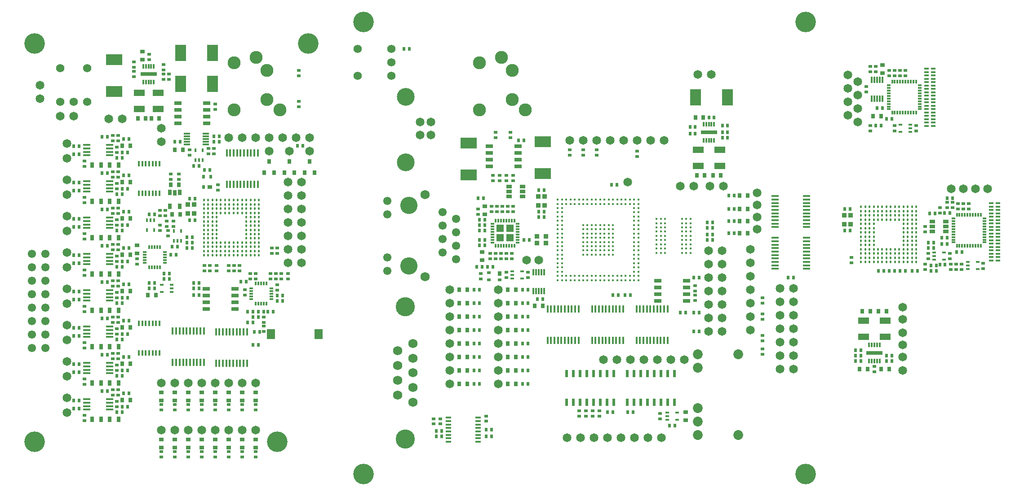
<source format=gts>
G04 (created by PCBNEW-RS274X (2010-03-14)-final) date Thu 07 Oct 2010 02:40:11 PM EDT*
G01*
G70*
G90*
%MOIN*%
G04 Gerber Fmt 3.4, Leading zero omitted, Abs format*
%FSLAX34Y34*%
G04 APERTURE LIST*
%ADD10C,0.001000*%
%ADD11R,0.025600X0.021700*%
%ADD12R,0.021700X0.025600*%
%ADD13R,0.025600X0.037400*%
%ADD14R,0.037400X0.025600*%
%ADD15R,0.029600X0.039400*%
%ADD16C,0.065000*%
%ADD17R,0.061100X0.072900*%
%ADD18C,0.142000*%
%ADD19C,0.068900*%
%ADD20C,0.072900*%
%ADD21C,0.131900*%
%ADD22C,0.062000*%
%ADD23R,0.025600X0.011800*%
%ADD24R,0.011800X0.025600*%
%ADD25C,0.018000*%
%ADD26C,0.017700*%
%ADD27R,0.011800X0.049200*%
%ADD28R,0.057100X0.057100*%
%ADD29R,0.011800X0.027600*%
%ADD30R,0.027600X0.011800*%
%ADD31R,0.025600X0.017700*%
%ADD32C,0.128000*%
%ADD33C,0.061100*%
%ADD34R,0.021700X0.057100*%
%ADD35R,0.025600X0.044000*%
%ADD36R,0.044000X0.025600*%
%ADD37R,0.015800X0.041400*%
%ADD38R,0.041400X0.015800*%
%ADD39R,0.053200X0.015800*%
%ADD40R,0.015800X0.053200*%
%ADD41R,0.052000X0.017000*%
%ADD42R,0.032000X0.016500*%
%ADD43R,0.012200X0.033500*%
%ADD44R,0.120100X0.031500*%
%ADD45R,0.084700X0.051200*%
%ADD46R,0.018500X0.025600*%
%ADD47R,0.033500X0.029600*%
%ADD48R,0.025600X0.018500*%
%ADD49R,0.029600X0.033500*%
%ADD50R,0.080700X0.120100*%
%ADD51R,0.120100X0.080700*%
%ADD52R,0.049200X0.011800*%
%ADD53C,0.096500*%
%ADD54R,0.057100X0.029600*%
%ADD55R,0.033500X0.037400*%
%ADD56R,0.017700X0.025600*%
%ADD57R,0.037400X0.033500*%
%ADD58C,0.152000*%
%ADD59R,0.025600X0.035500*%
G04 APERTURE END LIST*
G54D10*
G54D11*
X27150Y12003D03*
X27150Y12397D03*
X27550Y12397D03*
X27550Y12003D03*
X27950Y12397D03*
X27950Y12003D03*
X28500Y16897D03*
X28500Y16503D03*
G54D12*
X27997Y13300D03*
X27603Y13300D03*
G54D11*
X27700Y16503D03*
X27700Y16897D03*
X27300Y16603D03*
X27300Y16997D03*
X28100Y16503D03*
X28100Y16897D03*
G54D12*
X26503Y14350D03*
X26897Y14350D03*
G54D11*
X25250Y15197D03*
X25250Y14803D03*
G54D12*
X26897Y13900D03*
X26503Y13900D03*
G54D11*
X13200Y06097D03*
X13200Y05703D03*
G54D12*
X26747Y12350D03*
X26353Y12350D03*
G54D11*
X13200Y09503D03*
X13200Y09897D03*
G54D12*
X10703Y14700D03*
X11097Y14700D03*
X10703Y15600D03*
X11097Y15600D03*
X10703Y16500D03*
X11097Y16500D03*
X10703Y17500D03*
X11097Y17500D03*
G54D11*
X01100Y01103D03*
X01100Y01497D03*
X00600Y01103D03*
X00600Y01497D03*
X23000Y22303D03*
X23000Y22697D03*
G54D12*
X21603Y22700D03*
X21997Y22700D03*
G54D11*
X00100Y01103D03*
X00100Y01497D03*
X-00400Y01103D03*
X-00400Y01497D03*
X21200Y27097D03*
X21200Y26703D03*
X20900Y25203D03*
X20900Y25597D03*
G54D12*
X22403Y23200D03*
X22797Y23200D03*
G54D11*
X23800Y26797D03*
X23800Y26403D03*
X23000Y26403D03*
X23000Y26797D03*
X22600Y26403D03*
X22600Y26797D03*
X23400Y26403D03*
X23400Y26797D03*
X21600Y26703D03*
X21600Y27097D03*
X05600Y00903D03*
X05600Y01297D03*
G54D12*
X06303Y00400D03*
X06697Y00400D03*
X-37898Y21170D03*
X-37504Y21170D03*
X-37898Y20570D03*
X-37504Y20570D03*
X-34303Y20300D03*
X-34697Y20300D03*
X-33903Y20700D03*
X-34297Y20700D03*
G54D11*
X-34700Y20703D03*
X-34700Y21097D03*
G54D12*
X-33803Y21700D03*
X-34197Y21700D03*
G54D11*
X-35001Y21967D03*
X-35001Y21573D03*
X-34601Y21573D03*
X-34601Y21967D03*
X-37101Y19673D03*
X-37101Y20067D03*
G54D12*
X-35404Y21870D03*
X-35798Y21870D03*
X-37898Y13070D03*
X-37504Y13070D03*
X-37898Y12470D03*
X-37504Y12470D03*
X-34303Y12200D03*
X-34697Y12200D03*
X-33903Y12600D03*
X-34297Y12600D03*
G54D11*
X-34700Y12603D03*
X-34700Y12997D03*
G54D12*
X-33803Y13600D03*
X-34197Y13600D03*
G54D11*
X-35001Y13867D03*
X-35001Y13473D03*
X-34601Y13473D03*
X-34601Y13867D03*
X-37101Y11573D03*
X-37101Y11967D03*
G54D12*
X-35404Y13770D03*
X-35798Y13770D03*
X-37898Y15770D03*
X-37504Y15770D03*
X-37898Y15170D03*
X-37504Y15170D03*
X-34303Y14900D03*
X-34697Y14900D03*
X-33903Y15300D03*
X-34297Y15300D03*
G54D11*
X-34700Y15303D03*
X-34700Y15697D03*
G54D12*
X-33803Y16300D03*
X-34197Y16300D03*
G54D11*
X-35001Y16567D03*
X-35001Y16173D03*
X-34601Y16173D03*
X-34601Y16567D03*
X-37101Y14273D03*
X-37101Y14667D03*
G54D12*
X-35404Y16470D03*
X-35798Y16470D03*
X-37898Y04970D03*
X-37504Y04970D03*
X-37898Y04370D03*
X-37504Y04370D03*
X-34303Y04100D03*
X-34697Y04100D03*
X-33903Y04500D03*
X-34297Y04500D03*
G54D11*
X-34700Y04503D03*
X-34700Y04897D03*
G54D12*
X-33803Y05500D03*
X-34197Y05500D03*
G54D11*
X-35001Y05767D03*
X-35001Y05373D03*
X-34601Y05373D03*
X-34601Y05767D03*
X-37101Y03473D03*
X-37101Y03867D03*
G54D12*
X-35404Y05670D03*
X-35798Y05670D03*
X-37898Y02270D03*
X-37504Y02270D03*
X-37898Y01670D03*
X-37504Y01670D03*
X-34303Y01400D03*
X-34697Y01400D03*
X-33903Y01800D03*
X-34297Y01800D03*
G54D11*
X-34700Y01803D03*
X-34700Y02197D03*
G54D12*
X-33803Y02800D03*
X-34197Y02800D03*
G54D11*
X-35001Y03067D03*
X-35001Y02673D03*
X-34601Y02673D03*
X-34601Y03067D03*
X-37101Y00773D03*
X-37101Y01167D03*
G54D12*
X-35404Y02970D03*
X-35798Y02970D03*
X-37898Y07670D03*
X-37504Y07670D03*
X-37898Y07070D03*
X-37504Y07070D03*
X-34303Y06800D03*
X-34697Y06800D03*
X-33903Y07200D03*
X-34297Y07200D03*
G54D11*
X-34700Y07203D03*
X-34700Y07597D03*
G54D12*
X-33803Y08200D03*
X-34197Y08200D03*
G54D11*
X-35001Y08467D03*
X-35001Y08073D03*
X-34601Y08073D03*
X-34601Y08467D03*
X-37101Y06173D03*
X-37101Y06567D03*
G54D12*
X-35404Y08370D03*
X-35798Y08370D03*
X-37898Y10370D03*
X-37504Y10370D03*
X-37898Y09770D03*
X-37504Y09770D03*
X-34303Y09500D03*
X-34697Y09500D03*
X-33903Y09900D03*
X-34297Y09900D03*
G54D11*
X-34700Y09903D03*
X-34700Y10297D03*
G54D12*
X-33803Y10900D03*
X-34197Y10900D03*
G54D11*
X-35001Y11167D03*
X-35001Y10773D03*
X-34601Y10773D03*
X-34601Y11167D03*
X-37101Y08873D03*
X-37101Y09267D03*
G54D12*
X-35404Y11070D03*
X-35798Y11070D03*
X-37898Y18470D03*
X-37504Y18470D03*
X-37898Y17870D03*
X-37504Y17870D03*
X-34303Y17600D03*
X-34697Y17600D03*
X-33903Y18000D03*
X-34297Y18000D03*
G54D11*
X-34700Y18003D03*
X-34700Y18397D03*
G54D12*
X-33803Y19000D03*
X-34197Y19000D03*
G54D11*
X-35001Y19267D03*
X-35001Y18873D03*
X-34601Y18873D03*
X-34601Y19267D03*
X-37101Y16973D03*
X-37101Y17367D03*
G54D12*
X-35404Y19170D03*
X-35798Y19170D03*
X-28904Y17270D03*
X-29298Y17270D03*
X-29298Y15670D03*
X-28904Y15670D03*
G54D11*
X-22000Y11697D03*
X-22000Y11303D03*
G54D12*
X-24598Y08470D03*
X-24204Y08470D03*
X-24998Y08070D03*
X-24604Y08070D03*
G54D11*
X-22500Y11697D03*
X-22500Y11303D03*
X-23300Y11697D03*
X-23300Y11303D03*
G54D12*
X-23104Y08870D03*
X-23498Y08870D03*
X-24203Y06400D03*
X-24597Y06400D03*
G54D11*
X-25401Y01573D03*
X-25401Y01967D03*
X-27200Y17903D03*
X-27200Y18297D03*
G54D12*
X-22404Y10070D03*
X-22798Y10070D03*
G54D11*
X-25200Y10103D03*
X-25200Y10497D03*
X-28401Y01573D03*
X-28401Y01967D03*
X-29401Y01573D03*
X-29401Y01967D03*
X-31401Y-01927D03*
X-31401Y-01533D03*
X-30401Y-01927D03*
X-30401Y-01533D03*
X-24401Y-01927D03*
X-24401Y-01533D03*
G54D12*
X-25103Y11100D03*
X-25497Y11100D03*
G54D11*
X-28200Y11903D03*
X-28200Y12297D03*
G54D12*
X-30803Y11700D03*
X-31197Y11700D03*
X-30803Y11300D03*
X-31197Y11300D03*
X-32297Y16100D03*
X-31903Y16100D03*
G54D11*
X-31100Y16397D03*
X-31100Y16003D03*
X-31500Y16003D03*
X-31500Y16397D03*
X-31500Y15297D03*
X-31500Y14903D03*
X-33200Y12403D03*
X-33200Y12797D03*
X-26000Y11903D03*
X-26000Y12297D03*
X-26400Y11903D03*
X-26400Y12297D03*
X-25600Y11903D03*
X-25600Y12297D03*
X-30900Y14503D03*
X-30900Y14897D03*
G54D12*
X-30203Y13700D03*
X-30597Y13700D03*
X-31903Y11000D03*
X-32297Y11000D03*
X-32297Y10600D03*
X-31903Y10600D03*
G54D11*
X-30500Y15597D03*
X-30500Y15203D03*
X-30100Y19097D03*
X-30100Y18703D03*
X-31000Y15203D03*
X-31000Y15597D03*
X-30700Y18703D03*
X-30700Y19097D03*
X-07700Y11697D03*
X-07700Y11303D03*
G54D12*
X-13003Y28400D03*
X-13397Y28400D03*
G54D11*
X-11193Y00514D03*
X-11193Y00908D03*
G54D12*
X-10596Y-00389D03*
X-10990Y-00389D03*
G54D11*
X-07293Y01108D03*
X-07293Y00714D03*
X-10693Y00514D03*
X-10693Y00908D03*
G54D12*
X-10596Y00011D03*
X-10990Y00011D03*
X-07803Y07500D03*
X-08197Y07500D03*
X-07290Y00111D03*
X-06896Y00111D03*
X-07290Y-00389D03*
X-06896Y-00389D03*
X02003Y18300D03*
X02397Y18300D03*
X-03003Y15900D03*
X-03397Y15900D03*
G54D11*
X-06200Y13197D03*
X-06200Y12803D03*
X-06600Y13197D03*
X-06600Y12803D03*
X-07000Y13197D03*
X-07000Y12803D03*
G54D12*
X-04497Y14200D03*
X-04103Y14200D03*
X-07403Y13800D03*
X-07797Y13800D03*
G54D11*
X-05800Y13197D03*
X-05800Y12803D03*
G54D12*
X-07403Y14200D03*
X-07797Y14200D03*
G54D11*
X-05400Y13197D03*
X-05400Y12803D03*
G54D12*
X-07403Y14900D03*
X-07797Y14900D03*
X-07403Y15300D03*
X-07797Y15300D03*
G54D11*
X-06900Y16303D03*
X-06900Y16697D03*
G54D12*
X-07603Y12200D03*
X-07997Y12200D03*
X-07503Y17300D03*
X-07897Y17300D03*
X-07403Y15700D03*
X-07797Y15700D03*
X-06803Y12200D03*
X-07197Y12200D03*
G54D11*
X-07900Y16497D03*
X-07900Y16103D03*
X-06100Y16303D03*
X-06100Y16697D03*
X-06500Y16303D03*
X-06500Y16697D03*
X-05300Y16303D03*
X-05300Y16697D03*
X-05700Y16303D03*
X-05700Y16697D03*
G54D12*
X-03003Y17900D03*
X-03397Y17900D03*
X-03397Y16300D03*
X-03003Y16300D03*
G54D11*
X-01100Y20897D03*
X-01100Y20503D03*
X-00100Y20897D03*
X-00100Y20503D03*
X00900Y20897D03*
X00900Y20503D03*
X03900Y20797D03*
X03900Y20403D03*
G54D12*
X02103Y10100D03*
X02497Y10100D03*
X03397Y10100D03*
X03003Y10100D03*
G54D13*
X20405Y04600D03*
X20995Y04600D03*
X12095Y14700D03*
X11505Y14700D03*
X12095Y15600D03*
X11505Y15600D03*
X12095Y16500D03*
X11505Y16500D03*
X12095Y17500D03*
X11505Y17500D03*
G54D14*
X07500Y00805D03*
X07500Y01395D03*
G54D13*
X21995Y23400D03*
X21405Y23400D03*
G54D14*
X22100Y27195D03*
X22100Y26605D03*
G54D13*
X-33705Y21200D03*
X-34295Y21200D03*
X-33705Y13100D03*
X-34295Y13100D03*
X-33705Y15800D03*
X-34295Y15800D03*
X-33705Y05000D03*
X-34295Y05000D03*
X-33705Y02300D03*
X-34295Y02300D03*
X-33705Y07700D03*
X-34295Y07700D03*
X-33705Y10400D03*
X-34295Y10400D03*
X-33705Y18500D03*
X-34295Y18500D03*
G54D14*
X-24401Y02865D03*
X-24401Y02275D03*
X-25401Y02865D03*
X-25401Y02275D03*
X-26401Y02865D03*
X-26401Y02275D03*
X-28401Y02865D03*
X-28401Y02275D03*
X-29401Y02865D03*
X-29401Y02275D03*
X-30401Y-00635D03*
X-30401Y-01225D03*
X-25401Y-00635D03*
X-25401Y-01225D03*
X-33200Y13205D03*
X-33200Y13795D03*
G54D13*
X-30595Y16100D03*
X-30005Y16100D03*
X-30695Y18300D03*
X-30105Y18300D03*
X-31805Y10100D03*
X-32395Y10100D03*
X-05695Y03500D03*
X-05105Y03500D03*
X-09295Y05500D03*
X-08705Y05500D03*
X-09295Y07500D03*
X-08705Y07500D03*
G54D14*
X-07600Y13295D03*
X-07600Y12705D03*
X-07400Y16105D03*
X-07400Y16695D03*
G54D15*
X-35236Y19770D03*
X-34566Y19770D03*
X-35866Y19770D03*
X-36536Y19770D03*
X-35236Y11670D03*
X-34566Y11670D03*
X-35866Y11670D03*
X-36536Y11670D03*
X-35236Y14370D03*
X-34566Y14370D03*
X-35866Y14370D03*
X-36536Y14370D03*
X-35236Y03570D03*
X-34566Y03570D03*
X-35866Y03570D03*
X-36536Y03570D03*
X-35236Y00870D03*
X-34566Y00870D03*
X-35866Y00870D03*
X-36536Y00870D03*
X-35236Y06270D03*
X-34566Y06270D03*
X-35866Y06270D03*
X-36536Y06270D03*
X-35236Y08970D03*
X-34566Y08970D03*
X-35866Y08970D03*
X-36536Y08970D03*
X-35236Y17070D03*
X-34566Y17070D03*
X-35866Y17070D03*
X-36536Y17070D03*
G54D16*
X09400Y26500D03*
X08400Y26500D03*
X09300Y18200D03*
X10300Y18200D03*
X-20400Y21800D03*
X-21400Y21800D03*
X-22400Y21800D03*
X-23400Y21800D03*
X-24400Y21800D03*
X-25400Y21800D03*
X-26400Y21800D03*
X14500Y10600D03*
X15500Y10600D03*
X14500Y09600D03*
X15500Y09600D03*
X14500Y08600D03*
X15500Y08600D03*
X14500Y07600D03*
X15500Y07600D03*
X14500Y06600D03*
X15500Y06600D03*
X14500Y05600D03*
X15500Y05600D03*
X14500Y04600D03*
X15500Y04600D03*
X05700Y-00500D03*
X04700Y-00500D03*
X02700Y-00500D03*
X01700Y-00500D03*
X00700Y-00500D03*
X-00300Y-00500D03*
X-01300Y-00500D03*
X03700Y-00500D03*
X-01100Y21600D03*
X-00100Y21600D03*
X01900Y21600D03*
X02900Y21600D03*
X03900Y21600D03*
X04900Y21600D03*
X05900Y21600D03*
X00900Y21600D03*
G54D17*
X-23271Y07200D03*
X-19728Y07200D03*
G54D18*
X-13300Y09219D03*
G54D19*
X-12741Y06493D03*
X-12741Y05402D03*
X-12741Y04312D03*
X-12741Y03221D03*
X-12741Y02130D03*
X-13859Y05947D03*
X-13859Y04857D03*
X-13859Y03766D03*
X-13859Y02676D03*
G54D18*
X-13300Y-00620D03*
G54D20*
X08400Y05700D03*
X08400Y04700D03*
X08400Y01700D03*
X08400Y00700D03*
X08400Y-00300D03*
X11400Y-00300D03*
X11400Y05700D03*
G54D21*
X-13260Y24841D03*
X-13260Y19959D03*
G54D16*
X-12193Y22963D03*
X-11406Y22963D03*
X-11406Y21979D03*
X-12193Y21979D03*
G54D22*
X-14350Y26400D03*
X-14350Y27400D03*
X-14350Y28400D03*
X-16850Y28400D03*
X-16850Y26400D03*
G54D23*
X-32648Y13294D03*
X-32648Y13097D03*
X-32648Y12900D03*
X-32648Y12703D03*
X-32648Y12506D03*
G54D24*
X-32294Y12152D03*
X-32097Y12152D03*
X-31900Y12152D03*
X-31703Y12152D03*
X-31506Y12152D03*
X-31506Y13648D03*
X-31703Y13648D03*
X-31900Y13648D03*
X-32097Y13648D03*
X-32294Y13648D03*
G54D23*
X-31152Y12506D03*
X-31152Y12703D03*
X-31152Y12900D03*
X-31152Y13097D03*
X-31152Y13294D03*
G54D25*
X20503Y12553D03*
X20503Y12868D03*
X20503Y13183D03*
X20503Y13498D03*
X20503Y13813D03*
X20503Y14128D03*
X20503Y14443D03*
X20503Y14758D03*
X20503Y15073D03*
X20503Y15388D03*
X20503Y15703D03*
X20503Y16018D03*
X20503Y16333D03*
X20503Y16647D03*
X20818Y12553D03*
X20818Y12868D03*
X20818Y13183D03*
X20818Y13498D03*
X20818Y13813D03*
X20818Y14128D03*
X20818Y14443D03*
X20818Y14758D03*
X20818Y15073D03*
X20818Y15388D03*
X20818Y15703D03*
X20818Y16018D03*
X20818Y16333D03*
X20818Y16647D03*
X21133Y12553D03*
X21133Y12868D03*
X21133Y13183D03*
X21133Y13498D03*
X21133Y13813D03*
X21133Y14128D03*
X21133Y14443D03*
X21133Y14758D03*
X21133Y15073D03*
X21133Y15388D03*
X21133Y15703D03*
X21133Y16018D03*
X21133Y16333D03*
X21133Y16647D03*
X21448Y12553D03*
X21448Y12868D03*
X21448Y13183D03*
X21448Y13498D03*
X21448Y13813D03*
X21448Y14128D03*
X21448Y14443D03*
X21448Y14758D03*
X21448Y15073D03*
X21448Y15388D03*
X21448Y15703D03*
X21448Y16018D03*
X21448Y16333D03*
X21448Y16647D03*
X21763Y12553D03*
X21763Y12868D03*
X21763Y13183D03*
X21763Y13498D03*
X21763Y15703D03*
X21763Y16018D03*
X21763Y16333D03*
X21763Y16647D03*
X22078Y12553D03*
X22078Y12868D03*
X22078Y13183D03*
X22078Y13498D03*
X22078Y15703D03*
X22078Y16018D03*
X22078Y16333D03*
X22078Y16647D03*
X22393Y12553D03*
X22393Y12868D03*
X22393Y13183D03*
X22393Y13498D03*
X22393Y15703D03*
X22393Y16018D03*
X22393Y16333D03*
X22393Y16647D03*
X22708Y12553D03*
X22708Y12868D03*
X22708Y13183D03*
X22708Y13498D03*
X22708Y15703D03*
X22708Y16018D03*
X22708Y16333D03*
X22708Y16647D03*
X23023Y12553D03*
X23023Y12868D03*
X23023Y13183D03*
X23023Y13498D03*
X23023Y15703D03*
X23023Y16018D03*
X23023Y16333D03*
X23023Y16647D03*
X23338Y12553D03*
X23338Y12868D03*
X23338Y13183D03*
X23338Y13498D03*
X23338Y15703D03*
X23338Y16018D03*
X23338Y16333D03*
X23338Y16647D03*
X23653Y12553D03*
X23653Y12868D03*
X23653Y13183D03*
X23653Y13498D03*
X23653Y13813D03*
X23653Y14128D03*
X23653Y14443D03*
X23653Y14758D03*
X23653Y15073D03*
X23653Y15388D03*
X23653Y15703D03*
X23653Y16018D03*
X23653Y16333D03*
X23653Y16647D03*
X23968Y12553D03*
X23968Y12868D03*
X23968Y13183D03*
X23968Y13498D03*
X23968Y13813D03*
X23968Y14128D03*
X23968Y14443D03*
X23968Y14758D03*
X23968Y15073D03*
X23968Y15388D03*
X23968Y15703D03*
X23968Y16018D03*
X23968Y16333D03*
X23968Y16647D03*
X24283Y12553D03*
X24283Y12868D03*
X24283Y13183D03*
X24283Y13498D03*
X24283Y13813D03*
X24283Y14128D03*
X24283Y14443D03*
X24283Y14758D03*
X24283Y15073D03*
X24283Y15388D03*
X24283Y15703D03*
X24283Y16018D03*
X24283Y16333D03*
X24283Y16647D03*
X24597Y12553D03*
X24597Y12868D03*
X24597Y13183D03*
X24597Y13498D03*
X24597Y13813D03*
X24597Y14128D03*
X24597Y14443D03*
X24597Y14758D03*
X24597Y15073D03*
X24597Y15388D03*
X24597Y15703D03*
X24597Y16018D03*
X24597Y16333D03*
X24597Y16647D03*
G54D26*
X-01993Y11207D03*
X-01993Y11522D03*
X-01993Y11837D03*
X-01993Y12152D03*
X-01993Y12467D03*
X-01993Y12782D03*
X-01993Y13097D03*
X-01993Y13412D03*
X-01993Y13727D03*
X-01993Y14042D03*
X-01993Y14357D03*
X-01993Y14672D03*
X-01993Y14987D03*
X-01993Y15302D03*
X-01993Y15617D03*
X-01993Y15932D03*
X-01993Y16247D03*
X-01993Y16562D03*
X-01993Y16877D03*
X-01993Y17192D03*
X-01678Y11207D03*
X-01678Y11522D03*
X-01678Y11837D03*
X-01678Y12152D03*
X-01678Y12467D03*
X-01678Y12782D03*
X-01678Y13097D03*
X-01678Y13412D03*
X-01678Y13727D03*
X-01678Y14042D03*
X-01678Y14357D03*
X-01678Y14672D03*
X-01678Y14987D03*
X-01678Y15302D03*
X-01678Y15617D03*
X-01678Y15932D03*
X-01678Y16247D03*
X-01678Y16562D03*
X-01678Y16877D03*
X-01678Y17192D03*
X-01363Y11207D03*
X-01363Y11522D03*
X-01363Y16877D03*
X-01363Y17192D03*
X-01048Y11207D03*
X-01048Y11522D03*
X-01048Y16877D03*
X-01048Y17192D03*
X-00733Y11207D03*
X-00733Y11522D03*
X-00733Y16877D03*
X-00733Y17192D03*
X-00418Y11207D03*
X-00418Y11522D03*
X-00418Y16877D03*
X-00418Y17192D03*
X-00103Y11207D03*
X-00103Y11522D03*
X-00103Y13097D03*
X-00103Y13412D03*
X-00103Y13727D03*
X-00103Y14042D03*
X-00103Y14357D03*
X-00103Y14672D03*
X-00103Y14987D03*
X-00103Y15302D03*
X-00103Y16877D03*
X-00103Y17192D03*
X00212Y11207D03*
X00212Y11522D03*
X00212Y13097D03*
X00212Y13412D03*
X00212Y13727D03*
X00212Y14042D03*
X00212Y14357D03*
X00212Y14672D03*
X00212Y14987D03*
X00212Y15302D03*
X00212Y16877D03*
X00212Y17192D03*
X00527Y11207D03*
X00527Y11522D03*
X00527Y13097D03*
X00527Y13412D03*
X00527Y13727D03*
X00527Y14042D03*
X00527Y14357D03*
X00527Y14672D03*
X00527Y14987D03*
X00527Y15302D03*
X00527Y16877D03*
X00527Y17192D03*
X00842Y11207D03*
X00842Y11522D03*
X00842Y13097D03*
X00842Y13412D03*
X00842Y13727D03*
X00842Y14042D03*
X00842Y14357D03*
X00842Y14672D03*
X00842Y14987D03*
X00842Y15302D03*
X00842Y16877D03*
X00842Y17192D03*
X01157Y11207D03*
X01157Y11522D03*
X01157Y13097D03*
X01157Y13412D03*
X01157Y13727D03*
X01157Y14042D03*
X01157Y14357D03*
X01157Y14672D03*
X01157Y14987D03*
X01157Y15302D03*
X01157Y16877D03*
X01157Y17192D03*
X01472Y11207D03*
X01472Y11522D03*
X01472Y13097D03*
X01472Y13412D03*
X01472Y13727D03*
X01472Y14042D03*
X01472Y14357D03*
X01472Y14672D03*
X01472Y14987D03*
X01472Y15302D03*
X01472Y16877D03*
X01472Y17192D03*
X01787Y11207D03*
X01787Y11522D03*
X01787Y13097D03*
X01787Y13412D03*
X01787Y13727D03*
X01787Y14042D03*
X01787Y14357D03*
X01787Y14672D03*
X01787Y14987D03*
X01787Y15302D03*
X01787Y16877D03*
X01787Y17192D03*
X02102Y11207D03*
X02102Y11522D03*
X02102Y13097D03*
X02102Y13412D03*
X02102Y13727D03*
X02102Y14042D03*
X02102Y14357D03*
X02102Y14672D03*
X02102Y14987D03*
X02102Y15302D03*
X02102Y16877D03*
X02102Y17192D03*
X02417Y11207D03*
X02417Y11522D03*
X02417Y16877D03*
X02417Y17192D03*
X02732Y11207D03*
X02732Y11522D03*
X02732Y16877D03*
X02732Y17192D03*
X03047Y11207D03*
X03047Y11522D03*
X03047Y16877D03*
X03047Y17192D03*
X03362Y11207D03*
X03362Y11522D03*
X03362Y16877D03*
X03362Y17192D03*
X03677Y11207D03*
X03677Y11522D03*
X03677Y16877D03*
X03677Y17192D03*
X03992Y11207D03*
X03992Y11522D03*
X03992Y11837D03*
X03992Y12152D03*
X03992Y12467D03*
X03992Y12782D03*
X03992Y13097D03*
X03992Y13412D03*
X03992Y13727D03*
X03992Y14042D03*
X03992Y14357D03*
X03992Y14672D03*
X03992Y14987D03*
X03992Y15302D03*
X03992Y15617D03*
X03992Y15932D03*
X03992Y16247D03*
X03992Y16562D03*
X03992Y16877D03*
X03992Y17192D03*
X03677Y11837D03*
X03677Y12152D03*
X03677Y12467D03*
X03677Y12782D03*
X03677Y13097D03*
X03677Y13412D03*
X03677Y13727D03*
X03677Y14042D03*
X03677Y14357D03*
X03677Y14672D03*
X03677Y14987D03*
X03677Y15302D03*
X03677Y15617D03*
X03677Y15932D03*
X03677Y16247D03*
X03677Y16562D03*
G54D27*
X22092Y26089D03*
X21896Y26089D03*
X21700Y26089D03*
X21504Y26089D03*
X21308Y26089D03*
X21308Y24710D03*
X21504Y24710D03*
X21700Y24710D03*
X21896Y24710D03*
X22092Y24710D03*
G54D23*
X-06845Y15389D03*
X-06845Y15192D03*
X-06845Y14995D03*
X-06845Y14798D03*
X-06845Y14602D03*
X-06845Y14405D03*
X-06845Y14208D03*
X-06845Y14011D03*
X-04955Y14011D03*
X-04955Y14208D03*
X-04955Y14405D03*
X-04955Y14602D03*
X-04955Y14798D03*
X-04955Y14995D03*
X-04955Y15192D03*
X-04955Y15389D03*
G54D24*
X-06589Y13755D03*
X-06392Y13755D03*
X-06195Y13755D03*
X-05998Y13755D03*
X-05802Y13755D03*
X-05605Y13755D03*
X-05408Y13755D03*
X-05211Y13755D03*
X-05211Y15645D03*
X-05408Y15645D03*
X-05605Y15645D03*
X-05802Y15645D03*
X-05998Y15645D03*
X-06195Y15645D03*
X-06392Y15645D03*
X-06589Y15645D03*
G54D28*
X-06254Y15054D03*
X-06254Y14346D03*
X-05546Y14346D03*
X-05546Y15054D03*
G54D29*
X29386Y16052D03*
X29189Y16052D03*
X28992Y16052D03*
X28795Y16052D03*
X28598Y16052D03*
X28402Y16052D03*
X28205Y16052D03*
X28008Y16052D03*
X27811Y16052D03*
X27614Y16052D03*
X27614Y13748D03*
X27811Y13748D03*
X28008Y13748D03*
X28205Y13748D03*
X28402Y13748D03*
X28598Y13748D03*
X28795Y13748D03*
X28992Y13748D03*
X29189Y13748D03*
X29386Y13748D03*
G54D30*
X27348Y15786D03*
X27348Y15589D03*
X27348Y15392D03*
X27348Y15195D03*
X27348Y14998D03*
X27348Y14802D03*
X27348Y14605D03*
X27348Y14408D03*
X27348Y14211D03*
X27348Y14014D03*
X29652Y14014D03*
X29652Y14211D03*
X29652Y14408D03*
X29652Y14605D03*
X29652Y14802D03*
X29652Y14998D03*
X29652Y15195D03*
X29652Y15392D03*
X29652Y15589D03*
X29652Y15786D03*
G54D29*
X24586Y25952D03*
X24389Y25952D03*
X24192Y25952D03*
X23995Y25952D03*
X23798Y25952D03*
X23602Y25952D03*
X23405Y25952D03*
X23208Y25952D03*
X23011Y25952D03*
X22814Y25952D03*
X22814Y23648D03*
X23011Y23648D03*
X23208Y23648D03*
X23405Y23648D03*
X23602Y23648D03*
X23798Y23648D03*
X23995Y23648D03*
X24192Y23648D03*
X24389Y23648D03*
X24586Y23648D03*
G54D30*
X22548Y25686D03*
X22548Y25489D03*
X22548Y25292D03*
X22548Y25095D03*
X22548Y24898D03*
X22548Y24702D03*
X22548Y24505D03*
X22548Y24308D03*
X22548Y24111D03*
X22548Y23914D03*
X24852Y23914D03*
X24852Y24111D03*
X24852Y24308D03*
X24852Y24505D03*
X24852Y24702D03*
X24852Y24898D03*
X24852Y25095D03*
X24852Y25292D03*
X24852Y25489D03*
X24852Y25686D03*
G54D31*
X-30626Y10344D03*
X-30626Y10600D03*
X-30626Y10856D03*
X-31374Y10856D03*
X-31374Y10344D03*
G54D32*
X-13051Y16749D03*
X-13051Y12249D03*
G54D19*
X-11850Y17552D03*
X-11850Y11448D03*
G54D33*
X-14649Y17109D03*
X-14649Y11889D03*
X-14649Y16109D03*
X-14649Y12889D03*
X-10551Y16249D03*
X-09551Y15749D03*
X-10551Y15249D03*
X-09551Y14749D03*
X-10551Y14249D03*
X-09551Y13749D03*
X-10551Y13249D03*
X-09551Y12749D03*
G54D34*
X02150Y04263D03*
X01650Y04263D03*
X01150Y04263D03*
X00650Y04263D03*
X00150Y04263D03*
X-00350Y04263D03*
X-00850Y04263D03*
X-01350Y04263D03*
X-01350Y02137D03*
X-00850Y02137D03*
X-00350Y02137D03*
X00150Y02137D03*
X00650Y02137D03*
X01150Y02137D03*
X01650Y02137D03*
X02150Y02137D03*
X03150Y02137D03*
X03650Y02137D03*
X04150Y02137D03*
X04650Y02137D03*
X05150Y02137D03*
X05650Y02137D03*
X06150Y02137D03*
X06650Y02137D03*
X06650Y04263D03*
X06150Y04263D03*
X05650Y04263D03*
X05150Y04263D03*
X04650Y04263D03*
X04150Y04263D03*
X03650Y04263D03*
X03150Y04263D03*
G54D35*
X-30026Y17712D03*
X-30400Y17700D03*
X-30774Y17712D03*
X-30774Y16688D03*
X-30026Y16688D03*
G54D36*
X26812Y14826D03*
X26812Y15200D03*
X26812Y15574D03*
X25788Y15574D03*
X25788Y15200D03*
X25788Y14826D03*
X-04588Y17426D03*
X-04588Y17800D03*
X-04588Y18174D03*
X-05612Y18174D03*
X-05612Y17800D03*
X-05612Y17426D03*
G54D16*
X23600Y08300D03*
X28100Y18000D03*
X23600Y09200D03*
X29000Y18000D03*
X27200Y18000D03*
X29900Y18000D03*
X23600Y06400D03*
X23600Y07300D03*
X12800Y15000D03*
X12800Y15900D03*
X12800Y16800D03*
X12800Y17700D03*
X-38401Y21370D03*
X-38401Y20270D03*
X-38401Y13270D03*
X-38401Y12170D03*
X-38401Y15970D03*
X-38401Y14870D03*
X-38401Y05170D03*
X-38401Y04070D03*
X-38401Y02470D03*
X-38401Y01370D03*
X-38401Y07870D03*
X-38401Y06770D03*
X-38401Y10570D03*
X-38401Y09470D03*
X-38401Y18670D03*
X-38401Y17570D03*
X-24401Y03570D03*
X-27401Y03570D03*
X-28401Y03570D03*
X-29401Y03570D03*
X-30401Y03570D03*
X-10000Y08500D03*
X03200Y18500D03*
X-03400Y12700D03*
X-04300Y12700D03*
G54D37*
X-32300Y05808D03*
X-32044Y05808D03*
X-31788Y05808D03*
X-31532Y05808D03*
X-31532Y07993D03*
X-31788Y07993D03*
X-32044Y07993D03*
X-32300Y07993D03*
X-32556Y07993D03*
X-32812Y07993D03*
X-33068Y07993D03*
X-32556Y05808D03*
X-32812Y05808D03*
X-33068Y05808D03*
X-32301Y19863D03*
X-32557Y19863D03*
X-32813Y19863D03*
X-33069Y19863D03*
X-33069Y17678D03*
X-32813Y17678D03*
X-32557Y17678D03*
X-32301Y17678D03*
X-32045Y17678D03*
X-31789Y17678D03*
X-31533Y17678D03*
X-32045Y19863D03*
X-31789Y19863D03*
X-31533Y19863D03*
G54D38*
X-10103Y00221D03*
X-10103Y-00035D03*
X-10103Y-00291D03*
X-10103Y-00547D03*
X-10103Y-00803D03*
X-07899Y-00803D03*
X-07899Y-00547D03*
X-07899Y-00291D03*
X-07899Y-00035D03*
X-07899Y00221D03*
X-07899Y00477D03*
X-07899Y00733D03*
X-07899Y00989D03*
X-10103Y00477D03*
X-10103Y00733D03*
X-10103Y00989D03*
G54D39*
X16469Y15148D03*
X16469Y15404D03*
X16469Y15660D03*
X16469Y15916D03*
X16469Y16172D03*
X16469Y16428D03*
X16469Y16684D03*
X16469Y16940D03*
X16469Y17196D03*
X16469Y17452D03*
X14131Y17452D03*
X14131Y17196D03*
X14131Y16940D03*
X14131Y16684D03*
X14131Y16428D03*
X14131Y16172D03*
X14131Y15916D03*
X14131Y15660D03*
X14131Y15404D03*
X14131Y15148D03*
G54D40*
X-25048Y07369D03*
X-25304Y07369D03*
X-25560Y07369D03*
X-25816Y07369D03*
X-26072Y07369D03*
X-26328Y07369D03*
X-26584Y07369D03*
X-26840Y07369D03*
X-27096Y07369D03*
X-27352Y07369D03*
X-27352Y05031D03*
X-27096Y05031D03*
X-26840Y05031D03*
X-26584Y05031D03*
X-26328Y05031D03*
X-26072Y05031D03*
X-25816Y05031D03*
X-25560Y05031D03*
X-25304Y05031D03*
X-25048Y05031D03*
X-28249Y07439D03*
X-28505Y07439D03*
X-28761Y07439D03*
X-29017Y07439D03*
X-29273Y07439D03*
X-29529Y07439D03*
X-29785Y07439D03*
X-30041Y07439D03*
X-30297Y07439D03*
X-30553Y07439D03*
X-30553Y05101D03*
X-30297Y05101D03*
X-30041Y05101D03*
X-29785Y05101D03*
X-29529Y05101D03*
X-29273Y05101D03*
X-29017Y05101D03*
X-28761Y05101D03*
X-28505Y05101D03*
X-28249Y05101D03*
G54D41*
X-36951Y21254D03*
X-36951Y20998D03*
X-36951Y20742D03*
X-36951Y20486D03*
X-35251Y20486D03*
X-35251Y20742D03*
X-35251Y20998D03*
X-35251Y21254D03*
X-36951Y13154D03*
X-36951Y12898D03*
X-36951Y12642D03*
X-36951Y12386D03*
X-35251Y12386D03*
X-35251Y12642D03*
X-35251Y12898D03*
X-35251Y13154D03*
X-36951Y15854D03*
X-36951Y15598D03*
X-36951Y15342D03*
X-36951Y15086D03*
X-35251Y15086D03*
X-35251Y15342D03*
X-35251Y15598D03*
X-35251Y15854D03*
X-36951Y05054D03*
X-36951Y04798D03*
X-36951Y04542D03*
X-36951Y04286D03*
X-35251Y04286D03*
X-35251Y04542D03*
X-35251Y04798D03*
X-35251Y05054D03*
X-36951Y02354D03*
X-36951Y02098D03*
X-36951Y01842D03*
X-36951Y01586D03*
X-35251Y01586D03*
X-35251Y01842D03*
X-35251Y02098D03*
X-35251Y02354D03*
X-36951Y07754D03*
X-36951Y07498D03*
X-36951Y07242D03*
X-36951Y06986D03*
X-35251Y06986D03*
X-35251Y07242D03*
X-35251Y07498D03*
X-35251Y07754D03*
X-36951Y10454D03*
X-36951Y10198D03*
X-36951Y09942D03*
X-36951Y09686D03*
X-35251Y09686D03*
X-35251Y09942D03*
X-35251Y10198D03*
X-35251Y10454D03*
X-36951Y18554D03*
X-36951Y18298D03*
X-36951Y18042D03*
X-36951Y17786D03*
X-35251Y17786D03*
X-35251Y18042D03*
X-35251Y18298D03*
X-35251Y18554D03*
G54D26*
X07860Y13240D03*
X07545Y13240D03*
X07230Y13240D03*
X05970Y13240D03*
X05655Y13240D03*
X05340Y13240D03*
X07860Y13555D03*
X07545Y13555D03*
X07230Y13555D03*
X05970Y13555D03*
X05655Y13555D03*
X05340Y13555D03*
X07860Y13870D03*
X07545Y13870D03*
X07230Y13870D03*
X05970Y13870D03*
X05655Y13870D03*
X05340Y13870D03*
X07860Y14185D03*
X07545Y14185D03*
X07230Y14185D03*
X05970Y14185D03*
X05655Y14185D03*
X05340Y14185D03*
X07860Y14500D03*
X07545Y14500D03*
X07230Y14500D03*
X05970Y14500D03*
X05655Y14500D03*
X05340Y14500D03*
X07860Y14815D03*
X07545Y14815D03*
X07230Y14815D03*
X05970Y14815D03*
X05655Y14815D03*
X05340Y14815D03*
X07860Y15130D03*
X07545Y15130D03*
X07230Y15130D03*
X05970Y15130D03*
X05655Y15130D03*
X05340Y15130D03*
X07860Y15445D03*
X07545Y15445D03*
X07230Y15445D03*
X05970Y15445D03*
X05655Y15445D03*
X05340Y15445D03*
X07860Y15760D03*
X07545Y15760D03*
X07230Y15760D03*
X05970Y15760D03*
X05655Y15760D03*
X05340Y15760D03*
G54D11*
X27100Y13197D03*
X27100Y12803D03*
X25500Y12803D03*
X25500Y13197D03*
G54D42*
X30650Y12675D03*
X30650Y12925D03*
X30650Y13175D03*
X30650Y13425D03*
X30650Y13675D03*
X30650Y13925D03*
X30650Y14175D03*
X30650Y14425D03*
X30650Y14675D03*
X30650Y14925D03*
X30650Y15175D03*
X30650Y15425D03*
X30650Y15675D03*
X30650Y15925D03*
X30650Y16175D03*
X30650Y16425D03*
X30650Y16675D03*
X30650Y16925D03*
X30150Y12675D03*
X30150Y12925D03*
X30150Y13175D03*
X30150Y13425D03*
X30150Y13675D03*
X30150Y13925D03*
X30150Y14175D03*
X30150Y14425D03*
X30150Y14675D03*
X30150Y14925D03*
X30150Y15175D03*
X30150Y15425D03*
X30150Y15675D03*
X30150Y15925D03*
X30150Y16175D03*
X30150Y16425D03*
X30150Y16675D03*
X30150Y16925D03*
G54D12*
X25897Y13600D03*
X25503Y13600D03*
X25503Y14000D03*
X25897Y14000D03*
G54D11*
X29550Y12053D03*
X29550Y12447D03*
G54D12*
X19697Y16500D03*
X19303Y16500D03*
X19303Y14900D03*
X19697Y14900D03*
G54D39*
X14131Y14352D03*
X14131Y14096D03*
X14131Y13840D03*
X14131Y13584D03*
X14131Y13328D03*
X14131Y13072D03*
X14131Y12816D03*
X14131Y12560D03*
X14131Y12304D03*
X14131Y12048D03*
X16469Y12048D03*
X16469Y12304D03*
X16469Y12560D03*
X16469Y12816D03*
X16469Y13072D03*
X16469Y13328D03*
X16469Y13584D03*
X16469Y13840D03*
X16469Y14096D03*
X16469Y14352D03*
G54D16*
X12300Y07500D03*
X12300Y08500D03*
X12300Y09500D03*
X12300Y10500D03*
X12300Y11500D03*
X12300Y12500D03*
X12300Y13500D03*
G54D11*
X13200Y08303D03*
X13200Y08697D03*
G54D12*
X15497Y11400D03*
X15103Y11400D03*
G54D43*
X21106Y05209D03*
X21303Y05209D03*
X21500Y05209D03*
X21697Y05209D03*
X21894Y05209D03*
X21894Y06391D03*
X21697Y06391D03*
X21500Y06391D03*
X21303Y06391D03*
X21106Y06391D03*
G54D44*
X21500Y05800D03*
G54D45*
X20700Y07000D03*
X20700Y08200D03*
X22300Y07000D03*
X22300Y08200D03*
G54D13*
X21195Y08900D03*
X20605Y08900D03*
X21805Y08900D03*
X22395Y08900D03*
G54D12*
X22403Y05200D03*
X22797Y05200D03*
X22797Y05600D03*
X22403Y05600D03*
X20103Y05600D03*
X20497Y05600D03*
X20497Y06000D03*
X20103Y06000D03*
X20497Y05200D03*
X20103Y05200D03*
G54D13*
X22595Y04600D03*
X22005Y04600D03*
G54D11*
X21500Y04797D03*
X21500Y04403D03*
G54D16*
X23600Y05500D03*
X23600Y04500D03*
G54D12*
X26703Y16200D03*
X27097Y16200D03*
G54D11*
X26360Y16597D03*
X26360Y16203D03*
G54D12*
X27297Y17300D03*
X26903Y17300D03*
G54D11*
X26900Y16997D03*
X26900Y16603D03*
G54D12*
X25997Y16150D03*
X25603Y16150D03*
X23797Y11900D03*
X23403Y11900D03*
G54D11*
X19800Y12897D03*
X19800Y12503D03*
G54D12*
X24303Y11900D03*
X24697Y11900D03*
X25703Y12300D03*
X26097Y12300D03*
X25703Y11900D03*
X26097Y11900D03*
G54D11*
X25250Y12397D03*
X25250Y12003D03*
G54D12*
X21803Y11900D03*
X22197Y11900D03*
X22997Y11900D03*
X22603Y11900D03*
G54D11*
X13200Y06703D03*
X13200Y07097D03*
X24600Y22697D03*
X24600Y22303D03*
G54D42*
X25850Y22675D03*
X25850Y22925D03*
X25850Y23175D03*
X25850Y23425D03*
X25850Y23675D03*
X25850Y23925D03*
X25850Y24175D03*
X25850Y24425D03*
X25850Y24675D03*
X25850Y24925D03*
X25850Y25175D03*
X25850Y25425D03*
X25850Y25675D03*
X25850Y25925D03*
X25850Y26175D03*
X25850Y26425D03*
X25850Y26675D03*
X25850Y26925D03*
X25350Y22675D03*
X25350Y22925D03*
X25350Y23175D03*
X25350Y23425D03*
X25350Y23675D03*
X25350Y23925D03*
X25350Y24175D03*
X25350Y24425D03*
X25350Y24675D03*
X25350Y24925D03*
X25350Y25175D03*
X25350Y25425D03*
X25350Y25675D03*
X25350Y25925D03*
X25350Y26175D03*
X25350Y26425D03*
X25350Y26675D03*
X25350Y26925D03*
G54D11*
X21200Y22303D03*
X21200Y22697D03*
G54D12*
X01703Y01400D03*
X02097Y01400D03*
X03597Y01400D03*
X03203Y01400D03*
G54D25*
X-28247Y13053D03*
X-28247Y13368D03*
X-28247Y13683D03*
X-28247Y13998D03*
X-28247Y14313D03*
X-28247Y14628D03*
X-28247Y14943D03*
X-28247Y15258D03*
X-28247Y15573D03*
X-28247Y15888D03*
X-28247Y16203D03*
X-28247Y16518D03*
X-28247Y16833D03*
X-28247Y17147D03*
X-27932Y13053D03*
X-27932Y13368D03*
X-27932Y13683D03*
X-27932Y13998D03*
X-27932Y14313D03*
X-27932Y14628D03*
X-27932Y14943D03*
X-27932Y15258D03*
X-27932Y15573D03*
X-27932Y15888D03*
X-27932Y16203D03*
X-27932Y16518D03*
X-27932Y16833D03*
X-27932Y17147D03*
X-27617Y13053D03*
X-27617Y13368D03*
X-27617Y13683D03*
X-27617Y13998D03*
X-27617Y14313D03*
X-27617Y14628D03*
X-27617Y14943D03*
X-27617Y15258D03*
X-27617Y15573D03*
X-27617Y15888D03*
X-27617Y16203D03*
X-27617Y16518D03*
X-27617Y16833D03*
X-27617Y17147D03*
X-27302Y13053D03*
X-27302Y13368D03*
X-27302Y13683D03*
X-27302Y13998D03*
X-27302Y14313D03*
X-27302Y14628D03*
X-27302Y14943D03*
X-27302Y15258D03*
X-27302Y15573D03*
X-27302Y15888D03*
X-27302Y16203D03*
X-27302Y16518D03*
X-27302Y16833D03*
X-27302Y17147D03*
X-26987Y13053D03*
X-26987Y13368D03*
X-26987Y13683D03*
X-26987Y13998D03*
X-26987Y16203D03*
X-26987Y16518D03*
X-26987Y16833D03*
X-26987Y17147D03*
X-26672Y13053D03*
X-26672Y13368D03*
X-26672Y13683D03*
X-26672Y13998D03*
X-26672Y16203D03*
X-26672Y16518D03*
X-26672Y16833D03*
X-26672Y17147D03*
X-26357Y13053D03*
X-26357Y13368D03*
X-26357Y13683D03*
X-26357Y13998D03*
X-26357Y16203D03*
X-26357Y16518D03*
X-26357Y16833D03*
X-26357Y17147D03*
X-26042Y13053D03*
X-26042Y13368D03*
X-26042Y13683D03*
X-26042Y13998D03*
X-26042Y16203D03*
X-26042Y16518D03*
X-26042Y16833D03*
X-26042Y17147D03*
X-25727Y13053D03*
X-25727Y13368D03*
X-25727Y13683D03*
X-25727Y13998D03*
X-25727Y16203D03*
X-25727Y16518D03*
X-25727Y16833D03*
X-25727Y17147D03*
X-25412Y13053D03*
X-25412Y13368D03*
X-25412Y13683D03*
X-25412Y13998D03*
X-25412Y16203D03*
X-25412Y16518D03*
X-25412Y16833D03*
X-25412Y17147D03*
X-25097Y13053D03*
X-25097Y13368D03*
X-25097Y13683D03*
X-25097Y13998D03*
X-25097Y14313D03*
X-25097Y14628D03*
X-25097Y14943D03*
X-25097Y15258D03*
X-25097Y15573D03*
X-25097Y15888D03*
X-25097Y16203D03*
X-25097Y16518D03*
X-25097Y16833D03*
X-25097Y17147D03*
X-24782Y13053D03*
X-24782Y13368D03*
X-24782Y13683D03*
X-24782Y13998D03*
X-24782Y14313D03*
X-24782Y14628D03*
X-24782Y14943D03*
X-24782Y15258D03*
X-24782Y15573D03*
X-24782Y15888D03*
X-24782Y16203D03*
X-24782Y16518D03*
X-24782Y16833D03*
X-24782Y17147D03*
X-24467Y13053D03*
X-24467Y13368D03*
X-24467Y13683D03*
X-24467Y13998D03*
X-24467Y14313D03*
X-24467Y14628D03*
X-24467Y14943D03*
X-24467Y15258D03*
X-24467Y15573D03*
X-24467Y15888D03*
X-24467Y16203D03*
X-24467Y16518D03*
X-24467Y16833D03*
X-24467Y17147D03*
X-24153Y13053D03*
X-24153Y13368D03*
X-24153Y13683D03*
X-24153Y13998D03*
X-24153Y14313D03*
X-24153Y14628D03*
X-24153Y14943D03*
X-24153Y15258D03*
X-24153Y15573D03*
X-24153Y15888D03*
X-24153Y16203D03*
X-24153Y16518D03*
X-24153Y16833D03*
X-24153Y17147D03*
G54D40*
X-24248Y20669D03*
X-24504Y20669D03*
X-24760Y20669D03*
X-25016Y20669D03*
X-25272Y20669D03*
X-25528Y20669D03*
X-25784Y20669D03*
X-26040Y20669D03*
X-26296Y20669D03*
X-26552Y20669D03*
X-26552Y18331D03*
X-26296Y18331D03*
X-26040Y18331D03*
X-25784Y18331D03*
X-25528Y18331D03*
X-25272Y18331D03*
X-25016Y18331D03*
X-24760Y18331D03*
X-24504Y18331D03*
X-24248Y18331D03*
G54D46*
X-28264Y18116D03*
G54D47*
X-27811Y18116D03*
G54D46*
X-27752Y18904D03*
X-28264Y18904D03*
G54D12*
X-27803Y19400D03*
X-28197Y19400D03*
G54D16*
X-21000Y12500D03*
X-22000Y12500D03*
X-21000Y13500D03*
X-22000Y13500D03*
X-21000Y14500D03*
X-22000Y14500D03*
X-21000Y15500D03*
X-22000Y15500D03*
X-21000Y16500D03*
X-22000Y16500D03*
X-21000Y17500D03*
X-22000Y17500D03*
X-21000Y18500D03*
X-22000Y18500D03*
G54D11*
X-22800Y13203D03*
X-22800Y13597D03*
X-23200Y13597D03*
X-23200Y13203D03*
G54D43*
X-31957Y27111D03*
X-32154Y27111D03*
X-32351Y27111D03*
X-32548Y27111D03*
X-32745Y27111D03*
X-32745Y25929D03*
X-32548Y25929D03*
X-32351Y25929D03*
X-32154Y25929D03*
X-31957Y25929D03*
G54D44*
X-32351Y26520D03*
G54D45*
X-31651Y25120D03*
X-31651Y23920D03*
X-33051Y25120D03*
X-33051Y23920D03*
G54D13*
X-32146Y23220D03*
X-31556Y23220D03*
X-32556Y23220D03*
X-33146Y23220D03*
G54D11*
X-33451Y26717D03*
X-33451Y26323D03*
X-33451Y27417D03*
X-33451Y27023D03*
X-31251Y26123D03*
X-31251Y26517D03*
X-31251Y26823D03*
X-31251Y27217D03*
X-30851Y26517D03*
X-30851Y26123D03*
G54D14*
X-32800Y28195D03*
X-32800Y27605D03*
G54D11*
X-32300Y27603D03*
X-32300Y27997D03*
G54D16*
X-40400Y24700D03*
X-40400Y25700D03*
X-31400Y21500D03*
X-31400Y22500D03*
X-35300Y23200D03*
X-34300Y23200D03*
G54D24*
X-24000Y10948D03*
X-23803Y10948D03*
X-23606Y10948D03*
X-24197Y10948D03*
X-24394Y10948D03*
X-23606Y09452D03*
X-23803Y09452D03*
X-24000Y09452D03*
X-24197Y09452D03*
X-24394Y09452D03*
G54D23*
X-23252Y10200D03*
X-23252Y10003D03*
X-23252Y09806D03*
X-23252Y10397D03*
X-23252Y10594D03*
X-24748Y10200D03*
X-24748Y10003D03*
X-24748Y09806D03*
X-24748Y10397D03*
X-24748Y10594D03*
G54D11*
X-22801Y10473D03*
X-22801Y10867D03*
G54D12*
X-22798Y09670D03*
X-22404Y09670D03*
G54D11*
X-23801Y08073D03*
X-23801Y08467D03*
G54D12*
X-23804Y08870D03*
X-24198Y08870D03*
X-24998Y08870D03*
X-24604Y08870D03*
G54D11*
X-23800Y07797D03*
X-23800Y07403D03*
G54D12*
X-24104Y07370D03*
X-24498Y07370D03*
G54D11*
X-22900Y11697D03*
X-22900Y11303D03*
X-24400Y11697D03*
X-24400Y11303D03*
X-24401Y01573D03*
X-24401Y01967D03*
X-26401Y01573D03*
X-26401Y01967D03*
G54D14*
X-27401Y02865D03*
X-27401Y02275D03*
G54D11*
X-27401Y01573D03*
X-27401Y01967D03*
G54D14*
X-30401Y02865D03*
X-30401Y02275D03*
G54D11*
X-30401Y01573D03*
X-30401Y01967D03*
G54D14*
X-31401Y02865D03*
X-31401Y02275D03*
G54D11*
X-31401Y01573D03*
X-31401Y01967D03*
G54D16*
X-26401Y03570D03*
X-25401Y03570D03*
X-31401Y03570D03*
G54D12*
X-28603Y10100D03*
X-28997Y10100D03*
X-28603Y11000D03*
X-28997Y11000D03*
G54D11*
X-27800Y11903D03*
X-27800Y12297D03*
G54D12*
X-30303Y13100D03*
X-30697Y13100D03*
G54D11*
X-27300Y11903D03*
X-27300Y12297D03*
G54D16*
X-24401Y00070D03*
X-25401Y00070D03*
X-26401Y00070D03*
X-27401Y00070D03*
X-28401Y00070D03*
X-29401Y00070D03*
X-30401Y00070D03*
X-31401Y00070D03*
G54D14*
X-31401Y-00635D03*
X-31401Y-01225D03*
G54D11*
X-29401Y-01927D03*
X-29401Y-01533D03*
G54D14*
X-29401Y-00635D03*
X-29401Y-01225D03*
G54D11*
X-28401Y-01927D03*
X-28401Y-01533D03*
G54D14*
X-28401Y-00635D03*
X-28401Y-01225D03*
G54D11*
X-27401Y-01927D03*
X-27401Y-01533D03*
G54D14*
X-27401Y-00635D03*
X-27401Y-01225D03*
G54D11*
X-26401Y-01927D03*
X-26401Y-01533D03*
G54D14*
X-26401Y-00635D03*
X-26401Y-01225D03*
G54D11*
X-25401Y-01927D03*
X-25401Y-01533D03*
G54D14*
X-24401Y-00635D03*
X-24401Y-01225D03*
G54D22*
X-38900Y24450D03*
X-37900Y24450D03*
X-36900Y24450D03*
X-36900Y26950D03*
X-38900Y26950D03*
G54D40*
X03848Y06731D03*
X04104Y06731D03*
X04360Y06731D03*
X04616Y06731D03*
X04872Y06731D03*
X05128Y06731D03*
X05384Y06731D03*
X05640Y06731D03*
X05896Y06731D03*
X06152Y06731D03*
X06152Y09069D03*
X05896Y09069D03*
X05640Y09069D03*
X05384Y09069D03*
X05128Y09069D03*
X04872Y09069D03*
X04616Y09069D03*
X04360Y09069D03*
X04104Y09069D03*
X03848Y09069D03*
G54D16*
X01400Y05300D03*
X02400Y05300D03*
X03400Y05300D03*
X04400Y05300D03*
X05400Y05300D03*
X06400Y05300D03*
X07400Y05300D03*
G54D48*
X-06316Y11236D03*
G54D49*
X-06316Y11689D03*
G54D48*
X-07104Y11748D03*
X-07104Y11236D03*
G54D16*
X10200Y07400D03*
X09200Y07400D03*
X10200Y08400D03*
X09200Y08400D03*
X10200Y09400D03*
X09200Y09400D03*
X10200Y10400D03*
X09200Y10400D03*
X10200Y11400D03*
X09200Y11400D03*
X10200Y12400D03*
X09200Y12400D03*
X10200Y13400D03*
X09200Y13400D03*
G54D12*
X08103Y08800D03*
X08497Y08800D03*
X08497Y07400D03*
X08103Y07400D03*
X08497Y11400D03*
X08103Y11400D03*
G54D43*
X09609Y22784D03*
X09412Y22784D03*
X09215Y22784D03*
X09018Y22784D03*
X08821Y22784D03*
X08821Y21602D03*
X09018Y21602D03*
X09215Y21602D03*
X09412Y21602D03*
X09609Y21602D03*
G54D44*
X09215Y22193D03*
G54D45*
X10015Y20893D03*
X10015Y19693D03*
X08415Y20893D03*
X08415Y19693D03*
G54D13*
X09520Y18993D03*
X10110Y18993D03*
X08910Y18993D03*
X08320Y18993D03*
G54D12*
X08212Y22593D03*
X07818Y22593D03*
X07818Y22093D03*
X08212Y22093D03*
X10612Y22193D03*
X10218Y22193D03*
X10218Y22693D03*
X10612Y22693D03*
X10218Y21793D03*
X10612Y21793D03*
G54D13*
X08220Y23293D03*
X08810Y23293D03*
G54D12*
X09218Y23293D03*
X09612Y23293D03*
G54D16*
X07100Y18200D03*
X08100Y18200D03*
G54D13*
X-05695Y10500D03*
X-05105Y10500D03*
G54D12*
X-04203Y10500D03*
X-04597Y10500D03*
G54D13*
X-05695Y09500D03*
X-05105Y09500D03*
G54D12*
X-04203Y09500D03*
X-04597Y09500D03*
G54D13*
X-05695Y08500D03*
X-05105Y08500D03*
G54D12*
X-04203Y08500D03*
X-04597Y08500D03*
G54D13*
X-05695Y07500D03*
X-05105Y07500D03*
G54D12*
X-04203Y07500D03*
X-04597Y07500D03*
G54D40*
X-00448Y09069D03*
X-00704Y09069D03*
X-00960Y09069D03*
X-01216Y09069D03*
X-01472Y09069D03*
X-01728Y09069D03*
X-01984Y09069D03*
X-02240Y09069D03*
X-02496Y09069D03*
X-02752Y09069D03*
X-02752Y06731D03*
X-02496Y06731D03*
X-02240Y06731D03*
X-01984Y06731D03*
X-01728Y06731D03*
X-01472Y06731D03*
X-01216Y06731D03*
X-00960Y06731D03*
X-00704Y06731D03*
X-00448Y06731D03*
G54D13*
X-05695Y06500D03*
X-05105Y06500D03*
G54D12*
X-04203Y06500D03*
X-04597Y06500D03*
G54D13*
X-05695Y05500D03*
X-05105Y05500D03*
G54D12*
X-04203Y05500D03*
X-04597Y05500D03*
G54D13*
X-05695Y04500D03*
X-05105Y04500D03*
G54D12*
X-04203Y04500D03*
X-04597Y04500D03*
X-04203Y03500D03*
X-04597Y03500D03*
G54D16*
X-06400Y08500D03*
X-06400Y09500D03*
X-06400Y10500D03*
X-06400Y07500D03*
X-06400Y06500D03*
X-06400Y05500D03*
X-06400Y04500D03*
X-06400Y03500D03*
G54D11*
X08200Y10403D03*
X08200Y10797D03*
G54D12*
X07103Y08800D03*
X07497Y08800D03*
G54D11*
X08200Y10097D03*
X08200Y09703D03*
G54D16*
X-10000Y10500D03*
X-10000Y09500D03*
X-10000Y07500D03*
X-10000Y06500D03*
X-10000Y05500D03*
X-10000Y04500D03*
X-10000Y03500D03*
G54D12*
X-07803Y03500D03*
X-08197Y03500D03*
G54D13*
X-09295Y03500D03*
X-08705Y03500D03*
G54D12*
X-07803Y04500D03*
X-08197Y04500D03*
G54D13*
X-09295Y04500D03*
X-08705Y04500D03*
G54D12*
X-07803Y05500D03*
X-08197Y05500D03*
X-07803Y06500D03*
X-08197Y06500D03*
G54D13*
X-09295Y06500D03*
X-08705Y06500D03*
G54D40*
X02852Y09069D03*
X02596Y09069D03*
X02340Y09069D03*
X02084Y09069D03*
X01828Y09069D03*
X01572Y09069D03*
X01316Y09069D03*
X01060Y09069D03*
X00804Y09069D03*
X00548Y09069D03*
X00548Y06731D03*
X00804Y06731D03*
X01060Y06731D03*
X01316Y06731D03*
X01572Y06731D03*
X01828Y06731D03*
X02084Y06731D03*
X02340Y06731D03*
X02596Y06731D03*
X02852Y06731D03*
G54D12*
X-07803Y08500D03*
X-08197Y08500D03*
G54D13*
X-09295Y08500D03*
X-08705Y08500D03*
G54D12*
X-07803Y09500D03*
X-08197Y09500D03*
G54D13*
X-09295Y09500D03*
X-08705Y09500D03*
G54D12*
X-07803Y10500D03*
X-08197Y10500D03*
G54D13*
X-09295Y10500D03*
X-08705Y10500D03*
G54D11*
X-24800Y11303D03*
X-24800Y11697D03*
G54D33*
X-41001Y13170D03*
X-40001Y13170D03*
X-41001Y12170D03*
X-40001Y12170D03*
X-41001Y11170D03*
X-40001Y11170D03*
X-41001Y10170D03*
X-40001Y10170D03*
X-41001Y09170D03*
X-40001Y09170D03*
X-41001Y08170D03*
X-40001Y08170D03*
X-41001Y07170D03*
X-40001Y07170D03*
X-41001Y06170D03*
X-40001Y06170D03*
G54D16*
X20275Y22950D03*
X19525Y23450D03*
X20275Y23950D03*
X19525Y24450D03*
X20275Y24950D03*
X19525Y25450D03*
X20275Y25950D03*
X19525Y26450D03*
G54D12*
X-28603Y10600D03*
X-28997Y10600D03*
X09103Y15100D03*
X09497Y15100D03*
X09103Y15500D03*
X09497Y15500D03*
X09103Y14200D03*
X09497Y14200D03*
X09103Y14600D03*
X09497Y14600D03*
X21703Y24000D03*
X22097Y24000D03*
X-30397Y21500D03*
X-30003Y21500D03*
G54D11*
X-27400Y23903D03*
X-27400Y24297D03*
G54D12*
X-27497Y21900D03*
X-27103Y21900D03*
X-27497Y21500D03*
X-27103Y21500D03*
G54D11*
X-27500Y20603D03*
X-27500Y20997D03*
X-27900Y20997D03*
X-27900Y20603D03*
X-29300Y20503D03*
X-29300Y20897D03*
X-21200Y24497D03*
X-21200Y24103D03*
X-21200Y26403D03*
X-21200Y26797D03*
G54D12*
X-29497Y14400D03*
X-29103Y14400D03*
X-29497Y14000D03*
X-29103Y14000D03*
X-29497Y13600D03*
X-29103Y13600D03*
X-03497Y09800D03*
X-03103Y09800D03*
X-04503Y21600D03*
X-04897Y21600D03*
G54D11*
X-05300Y18603D03*
X-05300Y18997D03*
X-05800Y18603D03*
X-05800Y18997D03*
X-06800Y18997D03*
X-06800Y18603D03*
X-06300Y18603D03*
X-06300Y18997D03*
X-04200Y11403D03*
X-04200Y11797D03*
X-05500Y22197D03*
X-05500Y21803D03*
X-06600Y21803D03*
X-06600Y22197D03*
G54D13*
X-29805Y20900D03*
X-30395Y20900D03*
X-03105Y09300D03*
X-03695Y09300D03*
G54D50*
X-27619Y28100D03*
X-29981Y28100D03*
X-27619Y25800D03*
X-29981Y25800D03*
G54D51*
X-08600Y21381D03*
X-08600Y19019D03*
X-03100Y21481D03*
X-03100Y19119D03*
G54D52*
X-28110Y21308D03*
X-28110Y21504D03*
X-28110Y21700D03*
X-28110Y21896D03*
X-28110Y22092D03*
X-29489Y22092D03*
X-29489Y21896D03*
X-29489Y21700D03*
X-29489Y21504D03*
X-29489Y21308D03*
G54D27*
X-03792Y10410D03*
X-03596Y10410D03*
X-03400Y10410D03*
X-03204Y10410D03*
X-03008Y10410D03*
X-03008Y11789D03*
X-03204Y11789D03*
X-03400Y11789D03*
X-03596Y11789D03*
X-03792Y11789D03*
G54D53*
X-24359Y27749D03*
X-23572Y26804D03*
X-23572Y24639D03*
X-22607Y23851D03*
X-25993Y23851D03*
X-25993Y27355D03*
X-06159Y27749D03*
X-05372Y26804D03*
X-05372Y24639D03*
X-04407Y23851D03*
X-07793Y23851D03*
X-07793Y27355D03*
G54D54*
X-30163Y24350D03*
X-30163Y23850D03*
X-30163Y23350D03*
X-30163Y22850D03*
X-28037Y22850D03*
X-28037Y23350D03*
X-28037Y23850D03*
X-28037Y24350D03*
X-07063Y21150D03*
X-07063Y20650D03*
X-07063Y20150D03*
X-07063Y19650D03*
X-04937Y19650D03*
X-04937Y20150D03*
X-04937Y20650D03*
X-04937Y21150D03*
G54D51*
X-34900Y25219D03*
X-34900Y27581D03*
G54D50*
X10596Y24793D03*
X08234Y24793D03*
G54D12*
X-28603Y19700D03*
X-28997Y19700D03*
G54D11*
X-05800Y11797D03*
X-05800Y11403D03*
G54D31*
X25926Y13256D03*
X25926Y13000D03*
X25926Y12744D03*
X26674Y12744D03*
X26674Y13256D03*
X28426Y12556D03*
X28426Y12300D03*
X28426Y12044D03*
X29174Y12044D03*
X29174Y12556D03*
G54D55*
X19254Y16025D03*
X19254Y15375D03*
X19746Y15375D03*
X19746Y16025D03*
G54D31*
X24174Y22244D03*
X24174Y22500D03*
X24174Y22756D03*
X23426Y22756D03*
X23426Y22244D03*
X06126Y01356D03*
X06126Y01100D03*
X06126Y00844D03*
X06874Y00844D03*
X06874Y01356D03*
G54D56*
X-28856Y20126D03*
X-28600Y20126D03*
X-28344Y20126D03*
X-28344Y20874D03*
X-28856Y20874D03*
G54D55*
X-29446Y16825D03*
X-29446Y16175D03*
X-28954Y16175D03*
X-28954Y16825D03*
G54D54*
X-28063Y10550D03*
X-28063Y10050D03*
X-28063Y09550D03*
X-28063Y09050D03*
X-25937Y09050D03*
X-25937Y09550D03*
X-25937Y10050D03*
X-25937Y10550D03*
G54D56*
X-31944Y15674D03*
X-32200Y15674D03*
X-32456Y15674D03*
X-32456Y14926D03*
X-31944Y14926D03*
X-30456Y14126D03*
X-30200Y14126D03*
X-29944Y14126D03*
X-29944Y14874D03*
X-30456Y14874D03*
G54D31*
X-05374Y11856D03*
X-05374Y11600D03*
X-05374Y11344D03*
X-04626Y11344D03*
X-04626Y11856D03*
G54D55*
X-02954Y16775D03*
X-02954Y17425D03*
X-03446Y17425D03*
X-03446Y16775D03*
G54D54*
X05437Y11150D03*
X05437Y10650D03*
X05437Y10150D03*
X05437Y09650D03*
X07563Y09650D03*
X07563Y10150D03*
X07563Y10650D03*
X07563Y11150D03*
G54D57*
X-03525Y13954D03*
X-02875Y13954D03*
X-02875Y14446D03*
X-03525Y14446D03*
G54D58*
X-20500Y28800D03*
X-40800Y28800D03*
X-40800Y-00800D03*
X-22800Y-00800D03*
X-16400Y30400D03*
X16400Y30400D03*
X16400Y-03200D03*
X-16400Y-03200D03*
G54D16*
X-20400Y20800D03*
X-23400Y20800D03*
X-21900Y20800D03*
X-37900Y23400D03*
G54D12*
X-21297Y21200D03*
X-20903Y21200D03*
G54D16*
X-38900Y23400D03*
G54D59*
X-20400Y20013D03*
X-20774Y19187D03*
X-20026Y19187D03*
X-23400Y20013D03*
X-23774Y19187D03*
X-23026Y19187D03*
X-21900Y20013D03*
X-22274Y19187D03*
X-21526Y19187D03*
M02*

</source>
